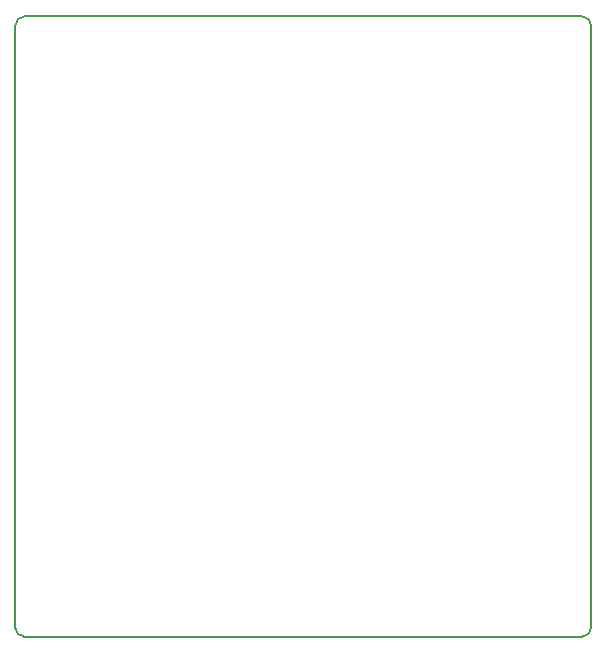
<source format=gbr>
G04 #@! TF.FileFunction,Profile,NP*
%FSLAX46Y46*%
G04 Gerber Fmt 4.6, Leading zero omitted, Abs format (unit mm)*
G04 Created by KiCad (PCBNEW 4.0.4-stable) date Friday, October 14, 2016 'PMt' 06:06:23 PM*
%MOMM*%
%LPD*%
G01*
G04 APERTURE LIST*
%ADD10C,0.100000*%
%ADD11C,0.150000*%
G04 APERTURE END LIST*
D10*
D11*
X154750000Y-58000000D02*
X107500000Y-58000000D01*
X155500000Y-109750000D02*
X155500000Y-58750000D01*
X107500000Y-110500000D02*
X154750000Y-110500000D01*
X106750000Y-58750000D02*
X106750000Y-109750000D01*
X106750000Y-109750000D02*
G75*
G03X107500000Y-110500000I750000J0D01*
G01*
X154750000Y-110500000D02*
G75*
G03X155500000Y-109750000I0J750000D01*
G01*
X155500000Y-58750000D02*
G75*
G03X154750000Y-58000000I-750000J0D01*
G01*
X107500000Y-58000000D02*
G75*
G03X106750000Y-58750000I0J-750000D01*
G01*
M02*

</source>
